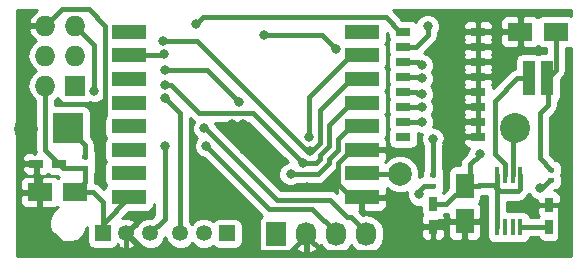
<source format=gtl>
G04 #@! TF.FileFunction,Copper,L1,Top,Signal*
%FSLAX46Y46*%
G04 Gerber Fmt 4.6, Leading zero omitted, Abs format (unit mm)*
G04 Created by KiCad (PCBNEW no-vcs-found-undefined) date Fri Oct 21 11:36:43 2016*
%MOMM*%
%LPD*%
G01*
G04 APERTURE LIST*
%ADD10C,0.100000*%
%ADD11C,0.800000*%
%ADD12C,2.000000*%
%ADD13R,2.540000X2.540000*%
%ADD14C,2.540000*%
%ADD15R,0.600000X0.400000*%
%ADD16R,1.501140X2.148840*%
%ADD17R,0.750000X1.200000*%
%ADD18R,1.200000X0.750000*%
%ADD19R,1.270000X0.760000*%
%ADD20R,0.450000X1.450000*%
%ADD21R,3.000000X1.200000*%
%ADD22R,1.000000X3.000000*%
%ADD23C,1.998980*%
%ADD24R,1.727200X1.727200*%
%ADD25O,1.727200X1.727200*%
%ADD26R,2.148840X1.501140*%
%ADD27R,1.350000X1.350000*%
%ADD28C,1.350000*%
%ADD29R,1.727200X2.032000*%
%ADD30O,1.727200X2.032000*%
%ADD31C,0.450000*%
%ADD32C,0.254000*%
G04 APERTURE END LIST*
D10*
D11*
X135534400Y-84260700D03*
X135534400Y-83260700D03*
X135534400Y-82260700D03*
X135534400Y-81260700D03*
X135534400Y-80260700D03*
X135534400Y-79260700D03*
X118246400Y-88604600D03*
X117246400Y-88604600D03*
X118246400Y-87604600D03*
X117246400Y-87604600D03*
X100847400Y-98409000D03*
X99847400Y-98409000D03*
X100847400Y-97409000D03*
X99847400Y-97409000D03*
X132114800Y-97799400D03*
X131114800Y-97799400D03*
X132114800Y-96799400D03*
X131114800Y-96799400D03*
X136521700Y-89220300D03*
X135521700Y-89220300D03*
X136521700Y-88220300D03*
X135521700Y-88220300D03*
X136521700Y-87220300D03*
X135521700Y-87220300D03*
X136521700Y-86220300D03*
D12*
X145161000Y-87947500D03*
D13*
X103404000Y-87884000D03*
D14*
X141224000Y-87884000D03*
D15*
X104838500Y-91255000D03*
X104838500Y-90355000D03*
D16*
X136969500Y-92796360D03*
X136969500Y-95798640D03*
D17*
X144145000Y-96327000D03*
X144145000Y-94427000D03*
X134302500Y-94366000D03*
X134302500Y-96266000D03*
D18*
X102613500Y-90932000D03*
X100713500Y-90932000D03*
D15*
X134302500Y-92779000D03*
X134302500Y-91879000D03*
X144272000Y-92334500D03*
X144272000Y-91434500D03*
D19*
X138112500Y-79756000D03*
X131762500Y-79756000D03*
X138112500Y-81026000D03*
X131762500Y-81026000D03*
X138112500Y-82296000D03*
X131762500Y-82296000D03*
X138112500Y-83566000D03*
X131762500Y-83566000D03*
X138112500Y-84836000D03*
X131762500Y-84836000D03*
X138112500Y-86106000D03*
X131762500Y-86106000D03*
X138112500Y-87376000D03*
X131762500Y-87376000D03*
X138112500Y-88646000D03*
X131762500Y-88646000D03*
D20*
X139741000Y-96307000D03*
X140391000Y-96307000D03*
X141041000Y-96307000D03*
X141691000Y-96307000D03*
X141691000Y-91907000D03*
X141041000Y-91907000D03*
X140391000Y-91907000D03*
X139741000Y-91907000D03*
D21*
X108582000Y-79756000D03*
X108582000Y-81756000D03*
X108582000Y-83756000D03*
X108582000Y-85756000D03*
X108582000Y-87756000D03*
X108582000Y-89756000D03*
X108582000Y-91756000D03*
X108582000Y-93756000D03*
X128282000Y-93756000D03*
X128282000Y-91756000D03*
X128282000Y-89756000D03*
X128282000Y-87756000D03*
X128282000Y-85756000D03*
X128282000Y-83756000D03*
X128282000Y-81756000D03*
X128282000Y-79756000D03*
D22*
X142392500Y-83693000D03*
X143992500Y-83693000D03*
D23*
X131508500Y-91821000D03*
D24*
X104013000Y-84328000D03*
D25*
X101473000Y-84328000D03*
X104013000Y-81788000D03*
X101473000Y-81788000D03*
X104013000Y-79248000D03*
X101473000Y-79248000D03*
D26*
X144693640Y-79756000D03*
X141691360Y-79756000D03*
X101010720Y-93345000D03*
X104013000Y-93345000D03*
D27*
X106331000Y-96837500D03*
D28*
X108331000Y-96837500D03*
X110331000Y-96837500D03*
D27*
X116871500Y-96837500D03*
D28*
X114871500Y-96837500D03*
X112871500Y-96837500D03*
D29*
X121031000Y-96901000D03*
D30*
X123571000Y-96901000D03*
X126111000Y-96901000D03*
X128651000Y-96901000D03*
D12*
X99822000Y-88011000D03*
D11*
X135521700Y-86220300D03*
X143366011Y-93009419D03*
X118262400Y-89763600D03*
X123634500Y-92900500D03*
X106235500Y-87122000D03*
X126081996Y-81221317D03*
X134302498Y-88836500D03*
X119951500Y-80010000D03*
X138239500Y-90106500D03*
X105631961Y-84772500D03*
X123267437Y-90888995D03*
X111569500Y-84264500D03*
X117909709Y-85714390D03*
X122237500Y-91821000D03*
X111569500Y-82994500D03*
X123877437Y-89828216D03*
X111442500Y-80518000D03*
X114236498Y-79121000D03*
X133848800Y-79285645D03*
X133361693Y-82605009D03*
X133349876Y-83704958D03*
X133338616Y-85045776D03*
X133350426Y-86145724D03*
X133350000Y-87376000D03*
X123825734Y-88701010D03*
X111511043Y-81615874D03*
X115106419Y-89427081D03*
X114935000Y-87947500D03*
X133096000Y-93535496D03*
X111569500Y-89471500D03*
X111592205Y-85364278D03*
D31*
X143497081Y-93009419D02*
X143366011Y-93009419D01*
X144272000Y-92334500D02*
X144172000Y-92334500D01*
X144172000Y-92334500D02*
X143497081Y-93009419D01*
X104838500Y-90355000D02*
X104838500Y-89318500D01*
X104838500Y-89318500D02*
X103404000Y-87884000D01*
X121399300Y-92900500D02*
X118262400Y-89763600D01*
X123634500Y-92900500D02*
X121399300Y-92900500D01*
X106235500Y-87122000D02*
X106553000Y-86804500D01*
X106553000Y-86804500D02*
X106556999Y-86804500D01*
X106556999Y-86804500D02*
X106556999Y-79251999D01*
X106556999Y-79251999D02*
X105156000Y-77851000D01*
X105156000Y-77851000D02*
X102870000Y-77851000D01*
X102870000Y-77851000D02*
X101473000Y-79248000D01*
X132351490Y-98442010D02*
X133713990Y-98442010D01*
X133713990Y-98442010D02*
X134302500Y-97853500D01*
X134302500Y-97853500D02*
X134302500Y-96266000D01*
X144145000Y-94427000D02*
X144970000Y-94427000D01*
X144970000Y-94427000D02*
X145045001Y-94502001D01*
X145045001Y-94502001D02*
X145045001Y-97347001D01*
X145045001Y-97347001D02*
X143949992Y-98442010D01*
X143949992Y-98442010D02*
X132351490Y-98442010D01*
X138112500Y-87376000D02*
X138112500Y-88646000D01*
X136969500Y-95798640D02*
X134769860Y-95798640D01*
X134769860Y-95798640D02*
X134302500Y-96266000D01*
X144145000Y-94427000D02*
X144145000Y-94202000D01*
X128282000Y-93756000D02*
X127382000Y-93756000D01*
X127382000Y-93756000D02*
X126332000Y-92706000D01*
X126332000Y-92706000D02*
X126181998Y-92706000D01*
X126181998Y-92706000D02*
X125987498Y-92900500D01*
X126256999Y-90881001D02*
X126256999Y-92630999D01*
X126256999Y-92630999D02*
X125987498Y-92900500D01*
X125987498Y-92900500D02*
X123634500Y-92900500D01*
X123571000Y-96901000D02*
X123571000Y-97053400D01*
X123571000Y-97053400D02*
X124959610Y-98442010D01*
X124959610Y-98442010D02*
X132351490Y-98442010D01*
X122182399Y-98442001D02*
X108331000Y-98442001D01*
X108331000Y-98442001D02*
X103619799Y-98442001D01*
X108331000Y-96837500D02*
X108331000Y-98442001D01*
X101010720Y-95832922D02*
X103187500Y-98009702D01*
X103187500Y-98009702D02*
X103412298Y-98234500D01*
X123571000Y-97053400D02*
X122182399Y-98442001D01*
X103619799Y-98442001D02*
X103187500Y-98009702D01*
X123571000Y-96748600D02*
X123571000Y-96901000D01*
X101010720Y-93345000D02*
X101010720Y-95832922D01*
X141041000Y-91907000D02*
X141041000Y-88067000D01*
X141041000Y-88067000D02*
X141224000Y-87884000D01*
X127382000Y-89756000D02*
X126256999Y-90881001D01*
X128282000Y-89756000D02*
X127382000Y-89756000D01*
X141691360Y-79756000D02*
X138112500Y-79756000D01*
X138112500Y-86106000D02*
X138112500Y-87376000D01*
X138112500Y-84836000D02*
X138112500Y-86106000D01*
X138112500Y-83566000D02*
X138112500Y-84836000D01*
X138112500Y-82296000D02*
X138112500Y-83566000D01*
X138112500Y-81026000D02*
X138112500Y-82296000D01*
X138112500Y-79756000D02*
X138112500Y-81026000D01*
X100713500Y-90932000D02*
X100713500Y-93047780D01*
X100713500Y-93047780D02*
X101010720Y-93345000D01*
X124870679Y-80010000D02*
X126081996Y-81221317D01*
X119951500Y-80010000D02*
X124870679Y-80010000D01*
X134302500Y-88836502D02*
X134302498Y-88836500D01*
X134302500Y-91879000D02*
X134302500Y-88836502D01*
X106331000Y-96837500D02*
X106331000Y-96007000D01*
X106331000Y-96007000D02*
X108582000Y-93756000D01*
X101473000Y-84328000D02*
X101473000Y-89791500D01*
X101473000Y-89791500D02*
X102613500Y-90932000D01*
X104013000Y-93345000D02*
X105537420Y-93345000D01*
X105537420Y-93345000D02*
X106331000Y-94138580D01*
X106331000Y-94138580D02*
X106331000Y-96837500D01*
X104838500Y-91255000D02*
X102936500Y-91255000D01*
X102936500Y-91255000D02*
X102613500Y-90932000D01*
X104838500Y-91255000D02*
X104838500Y-92519500D01*
X104838500Y-92519500D02*
X104013000Y-93345000D01*
X144145000Y-96327000D02*
X141791001Y-96327000D01*
X138239500Y-90106500D02*
X138239500Y-90170000D01*
X138239500Y-90170000D02*
X137414000Y-90995500D01*
X137414000Y-90995500D02*
X137414000Y-92351860D01*
X137414000Y-92351860D02*
X136969500Y-92796360D01*
X138192930Y-92773500D02*
X139432500Y-92773500D01*
X139432500Y-92773500D02*
X139741000Y-93082000D01*
X136969500Y-92796360D02*
X138170070Y-92796360D01*
X138170070Y-92796360D02*
X138192930Y-92773500D01*
X134302500Y-94366000D02*
X135399860Y-94366000D01*
X135399860Y-94366000D02*
X136969500Y-92796360D01*
X139741000Y-96307000D02*
X139741000Y-93082000D01*
X139940500Y-93281500D02*
X141491500Y-93281500D01*
X141491500Y-93281500D02*
X141691000Y-93082000D01*
X141691000Y-93082000D02*
X141691000Y-91907000D01*
X139741000Y-91907000D02*
X139741000Y-93082000D01*
X139741000Y-93082000D02*
X139940500Y-93281500D01*
X105631961Y-80866961D02*
X105631961Y-84772500D01*
X104013000Y-79248000D02*
X105631961Y-80866961D01*
X143992500Y-83693000D02*
X144018000Y-83718500D01*
X144018000Y-83718500D02*
X144018000Y-85979000D01*
X144018000Y-85979000D02*
X143319500Y-86677500D01*
X143319500Y-86677500D02*
X143319500Y-90482000D01*
X143319500Y-90482000D02*
X144272000Y-91434500D01*
X144693640Y-79756000D02*
X144693640Y-82991860D01*
X144693640Y-82991860D02*
X143992500Y-83693000D01*
X112135185Y-84264500D02*
X114510085Y-86639400D01*
X111569500Y-84264500D02*
X112135185Y-84264500D01*
X114510085Y-86639400D02*
X119017842Y-86639400D01*
X119017842Y-86639400D02*
X123267437Y-90888995D01*
X124411508Y-90888995D02*
X123267437Y-90888995D01*
X124756977Y-90199444D02*
X124756977Y-90543528D01*
X125506988Y-87631012D02*
X125506988Y-89449433D01*
X125506988Y-89449433D02*
X124756977Y-90199444D01*
X124756977Y-90543528D02*
X124411508Y-90888995D01*
X127382000Y-85756000D02*
X125506988Y-87631012D01*
X128282000Y-85756000D02*
X127382000Y-85756000D01*
X115189819Y-82994500D02*
X117909709Y-85714390D01*
X111569500Y-82994500D02*
X115189819Y-82994500D01*
X124540182Y-91821000D02*
X122237500Y-91821000D01*
X125506986Y-90854196D02*
X124540182Y-91821000D01*
X125506988Y-90510107D02*
X125506986Y-90854196D01*
X126256999Y-89760096D02*
X125506988Y-90510107D01*
X126256999Y-88881001D02*
X126256999Y-89760096D01*
X128282000Y-87756000D02*
X127382000Y-87756000D01*
X127382000Y-87756000D02*
X126256999Y-88881001D01*
X128154000Y-87884000D02*
X128282000Y-87756000D01*
X127382000Y-83756000D02*
X124750735Y-86387265D01*
X124067530Y-89828216D02*
X123877437Y-89828216D01*
X128282000Y-83756000D02*
X127382000Y-83756000D01*
X124750735Y-86387265D02*
X124750735Y-89145011D01*
X124750735Y-89145011D02*
X124067530Y-89828216D01*
X111442500Y-80518000D02*
X114300000Y-80518000D01*
X123610216Y-89828216D02*
X123877437Y-89828216D01*
X114300000Y-80518000D02*
X123610216Y-89828216D01*
X114826997Y-78530501D02*
X114236498Y-79121000D01*
X131762500Y-79756000D02*
X131507500Y-79756000D01*
X131507500Y-79756000D02*
X130282001Y-78530501D01*
X130282001Y-78530501D02*
X114826997Y-78530501D01*
X131762500Y-81026000D02*
X132847500Y-81026000D01*
X133848800Y-80024700D02*
X133848800Y-79285645D01*
X132847500Y-81026000D02*
X133848800Y-80024700D01*
X131762500Y-82296000D02*
X133052684Y-82296000D01*
X133052684Y-82296000D02*
X133361693Y-82605009D01*
X133210918Y-83566000D02*
X133349876Y-83704958D01*
X131762500Y-83566000D02*
X133210918Y-83566000D01*
X133057276Y-85045776D02*
X133338616Y-85045776D01*
X131762500Y-84836000D02*
X132847500Y-84836000D01*
X132847500Y-84836000D02*
X133057276Y-85045776D01*
X133310702Y-86106000D02*
X133350426Y-86145724D01*
X131762500Y-86106000D02*
X133310702Y-86106000D01*
X131762500Y-87376000D02*
X133350000Y-87376000D01*
X123825734Y-85312266D02*
X123825734Y-88701010D01*
X128282000Y-81756000D02*
X127382000Y-81756000D01*
X127382000Y-81756000D02*
X123825734Y-85312266D01*
X108582000Y-81756000D02*
X111370917Y-81756000D01*
X111370917Y-81756000D02*
X111511043Y-81615874D01*
X139528999Y-90092753D02*
X140391000Y-90954754D01*
X141442500Y-83693000D02*
X139528999Y-85606501D01*
X142392500Y-83693000D02*
X141442500Y-83693000D01*
X139528999Y-85606501D02*
X139528999Y-90092753D01*
X140391000Y-90954754D02*
X140391000Y-91907000D01*
X131508500Y-91821000D02*
X128347000Y-91821000D01*
X128347000Y-91821000D02*
X128282000Y-91756000D01*
X128598000Y-91440000D02*
X128282000Y-91756000D01*
X120409349Y-94730011D02*
X115106419Y-89427081D01*
X124092411Y-94730011D02*
X120409349Y-94730011D01*
X126111000Y-96901000D02*
X126111000Y-96748600D01*
X126111000Y-96748600D02*
X124092411Y-94730011D01*
X128651000Y-96901000D02*
X128651000Y-96748600D01*
X128651000Y-96748600D02*
X127337400Y-95435000D01*
X127337400Y-95435000D02*
X127013499Y-95435000D01*
X127013499Y-95435000D02*
X125558499Y-93980000D01*
X125558499Y-93980000D02*
X121056400Y-93980000D01*
X121056400Y-93980000D02*
X115023900Y-87947500D01*
X115023900Y-87947500D02*
X114935000Y-87947500D01*
X133096000Y-93235500D02*
X133096000Y-93535496D01*
X133552500Y-92779000D02*
X133096000Y-93235500D01*
X134302500Y-92779000D02*
X133552500Y-92779000D01*
X110331000Y-96837500D02*
X111569500Y-95599000D01*
X111569500Y-95599000D02*
X111569500Y-89471500D01*
X112871500Y-96837500D02*
X112871500Y-86643573D01*
X112871500Y-86643573D02*
X111592205Y-85364278D01*
D32*
G36*
X100591940Y-78045648D02*
X100198887Y-78474339D01*
X100025014Y-78894128D01*
X100144833Y-79125000D01*
X101350000Y-79125000D01*
X101350000Y-79105000D01*
X101596000Y-79105000D01*
X101596000Y-79125000D01*
X101616000Y-79125000D01*
X101616000Y-79371000D01*
X101596000Y-79371000D01*
X101596000Y-79391000D01*
X101350000Y-79391000D01*
X101350000Y-79371000D01*
X100144833Y-79371000D01*
X100025014Y-79601872D01*
X100198887Y-80021661D01*
X100591940Y-80450352D01*
X100722929Y-80511386D01*
X100389784Y-80733987D01*
X100066662Y-81217572D01*
X99953197Y-81788000D01*
X100066662Y-82358428D01*
X100389784Y-82842013D01*
X100713031Y-83058000D01*
X100389784Y-83273987D01*
X100066662Y-83757572D01*
X99953197Y-84328000D01*
X100066662Y-84898428D01*
X100389784Y-85382013D01*
X100621000Y-85536507D01*
X100621000Y-89791500D01*
X100648550Y-89930000D01*
X100590498Y-89930000D01*
X100590498Y-90086748D01*
X100433750Y-89930000D01*
X99988782Y-89930000D01*
X99758333Y-90025455D01*
X99581955Y-90201833D01*
X99486500Y-90432282D01*
X99486500Y-90652250D01*
X99643250Y-90809000D01*
X100590500Y-90809000D01*
X100590500Y-90789000D01*
X100836500Y-90789000D01*
X100836500Y-90809000D01*
X100856500Y-90809000D01*
X100856500Y-91055000D01*
X100836500Y-91055000D01*
X100836500Y-91777250D01*
X100993250Y-91934000D01*
X101438218Y-91934000D01*
X101668667Y-91838545D01*
X101673385Y-91833827D01*
X101768857Y-91897620D01*
X102013500Y-91946283D01*
X102466986Y-91946283D01*
X102610454Y-92042145D01*
X102630575Y-92046147D01*
X102506484Y-92129062D01*
X102440307Y-92062885D01*
X102209858Y-91967430D01*
X101290470Y-91967430D01*
X101133720Y-92124180D01*
X101133720Y-93222000D01*
X101153720Y-93222000D01*
X101153720Y-93468000D01*
X101133720Y-93468000D01*
X101133720Y-94565820D01*
X101290470Y-94722570D01*
X102209858Y-94722570D01*
X102440307Y-94627115D01*
X102506484Y-94560938D01*
X102547462Y-94588318D01*
X102489240Y-94612375D01*
X102033973Y-95066847D01*
X101787281Y-95660948D01*
X101786720Y-96304230D01*
X102032375Y-96898760D01*
X102486847Y-97354027D01*
X103080948Y-97600719D01*
X103724230Y-97601280D01*
X104318760Y-97355625D01*
X104774027Y-96901153D01*
X105016717Y-96316690D01*
X105016717Y-97512500D01*
X105065380Y-97757143D01*
X105203959Y-97964541D01*
X105411357Y-98103120D01*
X105656000Y-98151783D01*
X107006000Y-98151783D01*
X107250643Y-98103120D01*
X107458041Y-97964541D01*
X107596620Y-97757143D01*
X107596829Y-97756093D01*
X107653576Y-97979154D01*
X108142034Y-98151490D01*
X108659260Y-98123782D01*
X109008424Y-97979154D01*
X109067295Y-97747744D01*
X108331000Y-97011448D01*
X108316858Y-97025591D01*
X108142909Y-96851642D01*
X108157052Y-96837500D01*
X108142909Y-96823358D01*
X108316858Y-96649410D01*
X108331000Y-96663552D01*
X109067295Y-95927256D01*
X109008424Y-95695846D01*
X108519966Y-95523510D01*
X108002740Y-95551218D01*
X107983880Y-95559030D01*
X108547627Y-94995283D01*
X110082000Y-94995283D01*
X110326643Y-94946620D01*
X110534041Y-94808041D01*
X110672620Y-94600643D01*
X110717500Y-94375018D01*
X110717500Y-95246090D01*
X110428006Y-95535584D01*
X110073152Y-95535274D01*
X109594440Y-95733074D01*
X109227861Y-96099013D01*
X109216801Y-96125648D01*
X108504948Y-96837500D01*
X109216058Y-97548609D01*
X109226574Y-97574060D01*
X109592513Y-97940639D01*
X110070880Y-98139274D01*
X110588848Y-98139726D01*
X111067560Y-97941926D01*
X111434139Y-97575987D01*
X111601416Y-97173138D01*
X111767074Y-97574060D01*
X112133013Y-97940639D01*
X112611380Y-98139274D01*
X113129348Y-98139726D01*
X113608060Y-97941926D01*
X113871639Y-97678808D01*
X114133013Y-97940639D01*
X114611380Y-98139274D01*
X115129348Y-98139726D01*
X115608060Y-97941926D01*
X115680818Y-97869295D01*
X115744459Y-97964541D01*
X115951857Y-98103120D01*
X116196500Y-98151783D01*
X117546500Y-98151783D01*
X117791143Y-98103120D01*
X117998541Y-97964541D01*
X118137120Y-97757143D01*
X118185783Y-97512500D01*
X118185783Y-96162500D01*
X118137120Y-95917857D01*
X117998541Y-95710459D01*
X117791143Y-95571880D01*
X117546500Y-95523217D01*
X116196500Y-95523217D01*
X115951857Y-95571880D01*
X115744459Y-95710459D01*
X115680974Y-95805472D01*
X115609987Y-95734361D01*
X115131620Y-95535726D01*
X114613652Y-95535274D01*
X114134940Y-95733074D01*
X113871361Y-95996192D01*
X113723500Y-95848073D01*
X113723500Y-87057725D01*
X113907630Y-87241855D01*
X114075709Y-87354162D01*
X114064860Y-87364992D01*
X113908179Y-87742321D01*
X113907822Y-88150887D01*
X114063844Y-88528489D01*
X114307953Y-88773024D01*
X114236279Y-88844573D01*
X114079598Y-89221902D01*
X114079241Y-89630468D01*
X114235263Y-90008070D01*
X114523911Y-90297221D01*
X114901240Y-90453902D01*
X114928354Y-90453926D01*
X119806894Y-95332466D01*
X119836326Y-95352132D01*
X119715359Y-95432959D01*
X119576780Y-95640357D01*
X119528117Y-95885000D01*
X119528117Y-97917000D01*
X119576780Y-98161643D01*
X119715359Y-98369041D01*
X119922757Y-98507620D01*
X120167400Y-98556283D01*
X121894600Y-98556283D01*
X122139243Y-98507620D01*
X122346641Y-98369041D01*
X122485220Y-98161643D01*
X122505859Y-98057884D01*
X122670351Y-98243019D01*
X123194156Y-98497128D01*
X123217128Y-98501386D01*
X123448000Y-98381567D01*
X123448000Y-97024000D01*
X123428000Y-97024000D01*
X123428000Y-96778000D01*
X123448000Y-96778000D01*
X123448000Y-96758000D01*
X123694000Y-96758000D01*
X123694000Y-96778000D01*
X123714000Y-96778000D01*
X123714000Y-97024000D01*
X123694000Y-97024000D01*
X123694000Y-98381567D01*
X123924872Y-98501386D01*
X123947844Y-98497128D01*
X124471649Y-98243019D01*
X124845180Y-97822611D01*
X125056987Y-98139601D01*
X125540572Y-98462723D01*
X126111000Y-98576188D01*
X126681428Y-98462723D01*
X127165013Y-98139601D01*
X127381000Y-97816354D01*
X127596987Y-98139601D01*
X128080572Y-98462723D01*
X128651000Y-98576188D01*
X129221428Y-98462723D01*
X129705013Y-98139601D01*
X130028135Y-97656016D01*
X130141600Y-97085588D01*
X130141600Y-96716412D01*
X130107654Y-96545750D01*
X133300500Y-96545750D01*
X133300500Y-96990718D01*
X133395955Y-97221167D01*
X133572333Y-97397545D01*
X133802782Y-97493000D01*
X134022750Y-97493000D01*
X134179500Y-97336250D01*
X134179500Y-96389000D01*
X134425500Y-96389000D01*
X134425500Y-97336250D01*
X134582250Y-97493000D01*
X134802218Y-97493000D01*
X135032667Y-97397545D01*
X135209045Y-97221167D01*
X135304500Y-96990718D01*
X135304500Y-96545750D01*
X135147750Y-96389000D01*
X134425500Y-96389000D01*
X134179500Y-96389000D01*
X133457250Y-96389000D01*
X133300500Y-96545750D01*
X130107654Y-96545750D01*
X130028135Y-96145984D01*
X129705013Y-95662399D01*
X129221428Y-95339277D01*
X128651000Y-95225812D01*
X128385861Y-95278551D01*
X128046280Y-94938970D01*
X128159000Y-94826250D01*
X128159000Y-93879000D01*
X128405000Y-93879000D01*
X128405000Y-94826250D01*
X128561750Y-94983000D01*
X129906718Y-94983000D01*
X130137167Y-94887545D01*
X130313545Y-94711167D01*
X130409000Y-94480718D01*
X130409000Y-94035750D01*
X130252250Y-93879000D01*
X128405000Y-93879000D01*
X128159000Y-93879000D01*
X128139000Y-93879000D01*
X128139000Y-93633000D01*
X128159000Y-93633000D01*
X128159000Y-93613000D01*
X128405000Y-93613000D01*
X128405000Y-93633000D01*
X130252250Y-93633000D01*
X130409000Y-93476250D01*
X130409000Y-93031282D01*
X130402282Y-93015064D01*
X130585964Y-93199067D01*
X131183552Y-93447207D01*
X131830610Y-93447772D01*
X132069162Y-93349204D01*
X132068822Y-93738883D01*
X132224844Y-94116485D01*
X132513492Y-94405636D01*
X132890821Y-94562317D01*
X133288217Y-94562664D01*
X133288217Y-94966000D01*
X133336880Y-95210643D01*
X133400673Y-95306115D01*
X133395955Y-95310833D01*
X133300500Y-95541282D01*
X133300500Y-95986250D01*
X133457250Y-96143000D01*
X134179500Y-96143000D01*
X134179500Y-96123000D01*
X134425500Y-96123000D01*
X134425500Y-96143000D01*
X135147750Y-96143000D01*
X135212360Y-96078390D01*
X135591930Y-96078390D01*
X135591930Y-96997778D01*
X135687385Y-97228227D01*
X135863763Y-97404605D01*
X136094212Y-97500060D01*
X136689750Y-97500060D01*
X136846500Y-97343310D01*
X136846500Y-95921640D01*
X137092500Y-95921640D01*
X137092500Y-97343310D01*
X137249250Y-97500060D01*
X137844788Y-97500060D01*
X138075237Y-97404605D01*
X138251615Y-97228227D01*
X138347070Y-96997778D01*
X138347070Y-96078390D01*
X138190320Y-95921640D01*
X137092500Y-95921640D01*
X136846500Y-95921640D01*
X135748680Y-95921640D01*
X135591930Y-96078390D01*
X135212360Y-96078390D01*
X135304500Y-95986250D01*
X135304500Y-95541282D01*
X135209045Y-95310833D01*
X135204327Y-95306115D01*
X135263204Y-95218000D01*
X135399860Y-95218000D01*
X135591930Y-95179795D01*
X135591930Y-95518890D01*
X135748680Y-95675640D01*
X136846500Y-95675640D01*
X136846500Y-95655640D01*
X137092500Y-95655640D01*
X137092500Y-95675640D01*
X138190320Y-95675640D01*
X138347070Y-95518890D01*
X138347070Y-94599502D01*
X138251615Y-94369053D01*
X138185438Y-94302876D01*
X138310690Y-94115423D01*
X138359353Y-93870780D01*
X138359353Y-93625500D01*
X138889000Y-93625500D01*
X138889000Y-95520250D01*
X138876717Y-95582000D01*
X138876717Y-97032000D01*
X138925380Y-97276643D01*
X139063959Y-97484041D01*
X139271357Y-97622620D01*
X139516000Y-97671283D01*
X139966000Y-97671283D01*
X140066000Y-97651392D01*
X140166000Y-97671283D01*
X140616000Y-97671283D01*
X140716000Y-97651392D01*
X140816000Y-97671283D01*
X141266000Y-97671283D01*
X141366000Y-97651392D01*
X141466000Y-97671283D01*
X141916000Y-97671283D01*
X142160643Y-97622620D01*
X142368041Y-97484041D01*
X142506620Y-97276643D01*
X142526043Y-97179000D01*
X143184296Y-97179000D01*
X143317959Y-97379041D01*
X143525357Y-97517620D01*
X143770000Y-97566283D01*
X144520000Y-97566283D01*
X144764643Y-97517620D01*
X144972041Y-97379041D01*
X145110620Y-97171643D01*
X145159283Y-96927000D01*
X145159283Y-95727000D01*
X145110620Y-95482357D01*
X145046827Y-95386885D01*
X145051545Y-95382167D01*
X145147000Y-95151718D01*
X145147000Y-94706750D01*
X144990250Y-94550000D01*
X144268000Y-94550000D01*
X144268000Y-94570000D01*
X144022000Y-94570000D01*
X144022000Y-94550000D01*
X143299750Y-94550000D01*
X143143000Y-94706750D01*
X143143000Y-95151718D01*
X143238455Y-95382167D01*
X143243173Y-95386885D01*
X143184296Y-95475000D01*
X142533999Y-95475000D01*
X142506620Y-95337357D01*
X142368041Y-95129959D01*
X142160643Y-94991380D01*
X141916000Y-94942717D01*
X141466000Y-94942717D01*
X141366000Y-94962608D01*
X141266000Y-94942717D01*
X140816000Y-94942717D01*
X140716000Y-94962608D01*
X140616000Y-94942717D01*
X140593000Y-94942717D01*
X140593000Y-94133500D01*
X141491500Y-94133500D01*
X141817546Y-94068645D01*
X142093955Y-93883955D01*
X142293455Y-93684455D01*
X142441911Y-93462274D01*
X142494855Y-93590408D01*
X142783503Y-93879559D01*
X143143000Y-94028835D01*
X143143000Y-94147250D01*
X143299750Y-94304000D01*
X144022000Y-94304000D01*
X144022000Y-94284000D01*
X144268000Y-94284000D01*
X144268000Y-94304000D01*
X144990250Y-94304000D01*
X145147000Y-94147250D01*
X145147000Y-93702282D01*
X145051545Y-93471833D01*
X144875167Y-93295455D01*
X144644718Y-93200000D01*
X144511410Y-93200000D01*
X144537627Y-93173783D01*
X144572000Y-93173783D01*
X144816643Y-93125120D01*
X145024041Y-92986541D01*
X145162620Y-92779143D01*
X145211283Y-92534500D01*
X145211283Y-92134500D01*
X145162620Y-91889857D01*
X145159041Y-91884500D01*
X145162620Y-91879143D01*
X145211283Y-91634500D01*
X145211283Y-91234500D01*
X145162620Y-90989857D01*
X145024041Y-90782459D01*
X144816643Y-90643880D01*
X144653923Y-90611513D01*
X144171500Y-90129090D01*
X144171500Y-87030410D01*
X144620455Y-86581455D01*
X144805145Y-86305046D01*
X144870000Y-85979000D01*
X144870000Y-85694848D01*
X144944541Y-85645041D01*
X145083120Y-85437643D01*
X145131783Y-85193000D01*
X145131783Y-83758627D01*
X145296095Y-83594315D01*
X145480785Y-83317906D01*
X145545640Y-82991860D01*
X145545640Y-81145853D01*
X145768060Y-81145853D01*
X145944500Y-81110757D01*
X145944500Y-98764000D01*
X99102000Y-98764000D01*
X99102000Y-93624750D01*
X99309300Y-93624750D01*
X99309300Y-94220288D01*
X99404755Y-94450737D01*
X99581133Y-94627115D01*
X99811582Y-94722570D01*
X100730970Y-94722570D01*
X100887720Y-94565820D01*
X100887720Y-93468000D01*
X99466050Y-93468000D01*
X99309300Y-93624750D01*
X99102000Y-93624750D01*
X99102000Y-92469712D01*
X99309300Y-92469712D01*
X99309300Y-93065250D01*
X99466050Y-93222000D01*
X100887720Y-93222000D01*
X100887720Y-92124180D01*
X100730970Y-91967430D01*
X99811582Y-91967430D01*
X99581133Y-92062885D01*
X99404755Y-92239263D01*
X99309300Y-92469712D01*
X99102000Y-92469712D01*
X99102000Y-91211750D01*
X99486500Y-91211750D01*
X99486500Y-91431718D01*
X99581955Y-91662167D01*
X99758333Y-91838545D01*
X99988782Y-91934000D01*
X100433750Y-91934000D01*
X100590500Y-91777250D01*
X100590500Y-91055000D01*
X99643250Y-91055000D01*
X99486500Y-91211750D01*
X99102000Y-91211750D01*
X99102000Y-77956500D01*
X100783265Y-77956500D01*
X100591940Y-78045648D01*
X100591940Y-78045648D01*
G37*
X100591940Y-78045648D02*
X100198887Y-78474339D01*
X100025014Y-78894128D01*
X100144833Y-79125000D01*
X101350000Y-79125000D01*
X101350000Y-79105000D01*
X101596000Y-79105000D01*
X101596000Y-79125000D01*
X101616000Y-79125000D01*
X101616000Y-79371000D01*
X101596000Y-79371000D01*
X101596000Y-79391000D01*
X101350000Y-79391000D01*
X101350000Y-79371000D01*
X100144833Y-79371000D01*
X100025014Y-79601872D01*
X100198887Y-80021661D01*
X100591940Y-80450352D01*
X100722929Y-80511386D01*
X100389784Y-80733987D01*
X100066662Y-81217572D01*
X99953197Y-81788000D01*
X100066662Y-82358428D01*
X100389784Y-82842013D01*
X100713031Y-83058000D01*
X100389784Y-83273987D01*
X100066662Y-83757572D01*
X99953197Y-84328000D01*
X100066662Y-84898428D01*
X100389784Y-85382013D01*
X100621000Y-85536507D01*
X100621000Y-89791500D01*
X100648550Y-89930000D01*
X100590498Y-89930000D01*
X100590498Y-90086748D01*
X100433750Y-89930000D01*
X99988782Y-89930000D01*
X99758333Y-90025455D01*
X99581955Y-90201833D01*
X99486500Y-90432282D01*
X99486500Y-90652250D01*
X99643250Y-90809000D01*
X100590500Y-90809000D01*
X100590500Y-90789000D01*
X100836500Y-90789000D01*
X100836500Y-90809000D01*
X100856500Y-90809000D01*
X100856500Y-91055000D01*
X100836500Y-91055000D01*
X100836500Y-91777250D01*
X100993250Y-91934000D01*
X101438218Y-91934000D01*
X101668667Y-91838545D01*
X101673385Y-91833827D01*
X101768857Y-91897620D01*
X102013500Y-91946283D01*
X102466986Y-91946283D01*
X102610454Y-92042145D01*
X102630575Y-92046147D01*
X102506484Y-92129062D01*
X102440307Y-92062885D01*
X102209858Y-91967430D01*
X101290470Y-91967430D01*
X101133720Y-92124180D01*
X101133720Y-93222000D01*
X101153720Y-93222000D01*
X101153720Y-93468000D01*
X101133720Y-93468000D01*
X101133720Y-94565820D01*
X101290470Y-94722570D01*
X102209858Y-94722570D01*
X102440307Y-94627115D01*
X102506484Y-94560938D01*
X102547462Y-94588318D01*
X102489240Y-94612375D01*
X102033973Y-95066847D01*
X101787281Y-95660948D01*
X101786720Y-96304230D01*
X102032375Y-96898760D01*
X102486847Y-97354027D01*
X103080948Y-97600719D01*
X103724230Y-97601280D01*
X104318760Y-97355625D01*
X104774027Y-96901153D01*
X105016717Y-96316690D01*
X105016717Y-97512500D01*
X105065380Y-97757143D01*
X105203959Y-97964541D01*
X105411357Y-98103120D01*
X105656000Y-98151783D01*
X107006000Y-98151783D01*
X107250643Y-98103120D01*
X107458041Y-97964541D01*
X107596620Y-97757143D01*
X107596829Y-97756093D01*
X107653576Y-97979154D01*
X108142034Y-98151490D01*
X108659260Y-98123782D01*
X109008424Y-97979154D01*
X109067295Y-97747744D01*
X108331000Y-97011448D01*
X108316858Y-97025591D01*
X108142909Y-96851642D01*
X108157052Y-96837500D01*
X108142909Y-96823358D01*
X108316858Y-96649410D01*
X108331000Y-96663552D01*
X109067295Y-95927256D01*
X109008424Y-95695846D01*
X108519966Y-95523510D01*
X108002740Y-95551218D01*
X107983880Y-95559030D01*
X108547627Y-94995283D01*
X110082000Y-94995283D01*
X110326643Y-94946620D01*
X110534041Y-94808041D01*
X110672620Y-94600643D01*
X110717500Y-94375018D01*
X110717500Y-95246090D01*
X110428006Y-95535584D01*
X110073152Y-95535274D01*
X109594440Y-95733074D01*
X109227861Y-96099013D01*
X109216801Y-96125648D01*
X108504948Y-96837500D01*
X109216058Y-97548609D01*
X109226574Y-97574060D01*
X109592513Y-97940639D01*
X110070880Y-98139274D01*
X110588848Y-98139726D01*
X111067560Y-97941926D01*
X111434139Y-97575987D01*
X111601416Y-97173138D01*
X111767074Y-97574060D01*
X112133013Y-97940639D01*
X112611380Y-98139274D01*
X113129348Y-98139726D01*
X113608060Y-97941926D01*
X113871639Y-97678808D01*
X114133013Y-97940639D01*
X114611380Y-98139274D01*
X115129348Y-98139726D01*
X115608060Y-97941926D01*
X115680818Y-97869295D01*
X115744459Y-97964541D01*
X115951857Y-98103120D01*
X116196500Y-98151783D01*
X117546500Y-98151783D01*
X117791143Y-98103120D01*
X117998541Y-97964541D01*
X118137120Y-97757143D01*
X118185783Y-97512500D01*
X118185783Y-96162500D01*
X118137120Y-95917857D01*
X117998541Y-95710459D01*
X117791143Y-95571880D01*
X117546500Y-95523217D01*
X116196500Y-95523217D01*
X115951857Y-95571880D01*
X115744459Y-95710459D01*
X115680974Y-95805472D01*
X115609987Y-95734361D01*
X115131620Y-95535726D01*
X114613652Y-95535274D01*
X114134940Y-95733074D01*
X113871361Y-95996192D01*
X113723500Y-95848073D01*
X113723500Y-87057725D01*
X113907630Y-87241855D01*
X114075709Y-87354162D01*
X114064860Y-87364992D01*
X113908179Y-87742321D01*
X113907822Y-88150887D01*
X114063844Y-88528489D01*
X114307953Y-88773024D01*
X114236279Y-88844573D01*
X114079598Y-89221902D01*
X114079241Y-89630468D01*
X114235263Y-90008070D01*
X114523911Y-90297221D01*
X114901240Y-90453902D01*
X114928354Y-90453926D01*
X119806894Y-95332466D01*
X119836326Y-95352132D01*
X119715359Y-95432959D01*
X119576780Y-95640357D01*
X119528117Y-95885000D01*
X119528117Y-97917000D01*
X119576780Y-98161643D01*
X119715359Y-98369041D01*
X119922757Y-98507620D01*
X120167400Y-98556283D01*
X121894600Y-98556283D01*
X122139243Y-98507620D01*
X122346641Y-98369041D01*
X122485220Y-98161643D01*
X122505859Y-98057884D01*
X122670351Y-98243019D01*
X123194156Y-98497128D01*
X123217128Y-98501386D01*
X123448000Y-98381567D01*
X123448000Y-97024000D01*
X123428000Y-97024000D01*
X123428000Y-96778000D01*
X123448000Y-96778000D01*
X123448000Y-96758000D01*
X123694000Y-96758000D01*
X123694000Y-96778000D01*
X123714000Y-96778000D01*
X123714000Y-97024000D01*
X123694000Y-97024000D01*
X123694000Y-98381567D01*
X123924872Y-98501386D01*
X123947844Y-98497128D01*
X124471649Y-98243019D01*
X124845180Y-97822611D01*
X125056987Y-98139601D01*
X125540572Y-98462723D01*
X126111000Y-98576188D01*
X126681428Y-98462723D01*
X127165013Y-98139601D01*
X127381000Y-97816354D01*
X127596987Y-98139601D01*
X128080572Y-98462723D01*
X128651000Y-98576188D01*
X129221428Y-98462723D01*
X129705013Y-98139601D01*
X130028135Y-97656016D01*
X130141600Y-97085588D01*
X130141600Y-96716412D01*
X130107654Y-96545750D01*
X133300500Y-96545750D01*
X133300500Y-96990718D01*
X133395955Y-97221167D01*
X133572333Y-97397545D01*
X133802782Y-97493000D01*
X134022750Y-97493000D01*
X134179500Y-97336250D01*
X134179500Y-96389000D01*
X134425500Y-96389000D01*
X134425500Y-97336250D01*
X134582250Y-97493000D01*
X134802218Y-97493000D01*
X135032667Y-97397545D01*
X135209045Y-97221167D01*
X135304500Y-96990718D01*
X135304500Y-96545750D01*
X135147750Y-96389000D01*
X134425500Y-96389000D01*
X134179500Y-96389000D01*
X133457250Y-96389000D01*
X133300500Y-96545750D01*
X130107654Y-96545750D01*
X130028135Y-96145984D01*
X129705013Y-95662399D01*
X129221428Y-95339277D01*
X128651000Y-95225812D01*
X128385861Y-95278551D01*
X128046280Y-94938970D01*
X128159000Y-94826250D01*
X128159000Y-93879000D01*
X128405000Y-93879000D01*
X128405000Y-94826250D01*
X128561750Y-94983000D01*
X129906718Y-94983000D01*
X130137167Y-94887545D01*
X130313545Y-94711167D01*
X130409000Y-94480718D01*
X130409000Y-94035750D01*
X130252250Y-93879000D01*
X128405000Y-93879000D01*
X128159000Y-93879000D01*
X128139000Y-93879000D01*
X128139000Y-93633000D01*
X128159000Y-93633000D01*
X128159000Y-93613000D01*
X128405000Y-93613000D01*
X128405000Y-93633000D01*
X130252250Y-93633000D01*
X130409000Y-93476250D01*
X130409000Y-93031282D01*
X130402282Y-93015064D01*
X130585964Y-93199067D01*
X131183552Y-93447207D01*
X131830610Y-93447772D01*
X132069162Y-93349204D01*
X132068822Y-93738883D01*
X132224844Y-94116485D01*
X132513492Y-94405636D01*
X132890821Y-94562317D01*
X133288217Y-94562664D01*
X133288217Y-94966000D01*
X133336880Y-95210643D01*
X133400673Y-95306115D01*
X133395955Y-95310833D01*
X133300500Y-95541282D01*
X133300500Y-95986250D01*
X133457250Y-96143000D01*
X134179500Y-96143000D01*
X134179500Y-96123000D01*
X134425500Y-96123000D01*
X134425500Y-96143000D01*
X135147750Y-96143000D01*
X135212360Y-96078390D01*
X135591930Y-96078390D01*
X135591930Y-96997778D01*
X135687385Y-97228227D01*
X135863763Y-97404605D01*
X136094212Y-97500060D01*
X136689750Y-97500060D01*
X136846500Y-97343310D01*
X136846500Y-95921640D01*
X137092500Y-95921640D01*
X137092500Y-97343310D01*
X137249250Y-97500060D01*
X137844788Y-97500060D01*
X138075237Y-97404605D01*
X138251615Y-97228227D01*
X138347070Y-96997778D01*
X138347070Y-96078390D01*
X138190320Y-95921640D01*
X137092500Y-95921640D01*
X136846500Y-95921640D01*
X135748680Y-95921640D01*
X135591930Y-96078390D01*
X135212360Y-96078390D01*
X135304500Y-95986250D01*
X135304500Y-95541282D01*
X135209045Y-95310833D01*
X135204327Y-95306115D01*
X135263204Y-95218000D01*
X135399860Y-95218000D01*
X135591930Y-95179795D01*
X135591930Y-95518890D01*
X135748680Y-95675640D01*
X136846500Y-95675640D01*
X136846500Y-95655640D01*
X137092500Y-95655640D01*
X137092500Y-95675640D01*
X138190320Y-95675640D01*
X138347070Y-95518890D01*
X138347070Y-94599502D01*
X138251615Y-94369053D01*
X138185438Y-94302876D01*
X138310690Y-94115423D01*
X138359353Y-93870780D01*
X138359353Y-93625500D01*
X138889000Y-93625500D01*
X138889000Y-95520250D01*
X138876717Y-95582000D01*
X138876717Y-97032000D01*
X138925380Y-97276643D01*
X139063959Y-97484041D01*
X139271357Y-97622620D01*
X139516000Y-97671283D01*
X139966000Y-97671283D01*
X140066000Y-97651392D01*
X140166000Y-97671283D01*
X140616000Y-97671283D01*
X140716000Y-97651392D01*
X140816000Y-97671283D01*
X141266000Y-97671283D01*
X141366000Y-97651392D01*
X141466000Y-97671283D01*
X141916000Y-97671283D01*
X142160643Y-97622620D01*
X142368041Y-97484041D01*
X142506620Y-97276643D01*
X142526043Y-97179000D01*
X143184296Y-97179000D01*
X143317959Y-97379041D01*
X143525357Y-97517620D01*
X143770000Y-97566283D01*
X144520000Y-97566283D01*
X144764643Y-97517620D01*
X144972041Y-97379041D01*
X145110620Y-97171643D01*
X145159283Y-96927000D01*
X145159283Y-95727000D01*
X145110620Y-95482357D01*
X145046827Y-95386885D01*
X145051545Y-95382167D01*
X145147000Y-95151718D01*
X145147000Y-94706750D01*
X144990250Y-94550000D01*
X144268000Y-94550000D01*
X144268000Y-94570000D01*
X144022000Y-94570000D01*
X144022000Y-94550000D01*
X143299750Y-94550000D01*
X143143000Y-94706750D01*
X143143000Y-95151718D01*
X143238455Y-95382167D01*
X143243173Y-95386885D01*
X143184296Y-95475000D01*
X142533999Y-95475000D01*
X142506620Y-95337357D01*
X142368041Y-95129959D01*
X142160643Y-94991380D01*
X141916000Y-94942717D01*
X141466000Y-94942717D01*
X141366000Y-94962608D01*
X141266000Y-94942717D01*
X140816000Y-94942717D01*
X140716000Y-94962608D01*
X140616000Y-94942717D01*
X140593000Y-94942717D01*
X140593000Y-94133500D01*
X141491500Y-94133500D01*
X141817546Y-94068645D01*
X142093955Y-93883955D01*
X142293455Y-93684455D01*
X142441911Y-93462274D01*
X142494855Y-93590408D01*
X142783503Y-93879559D01*
X143143000Y-94028835D01*
X143143000Y-94147250D01*
X143299750Y-94304000D01*
X144022000Y-94304000D01*
X144022000Y-94284000D01*
X144268000Y-94284000D01*
X144268000Y-94304000D01*
X144990250Y-94304000D01*
X145147000Y-94147250D01*
X145147000Y-93702282D01*
X145051545Y-93471833D01*
X144875167Y-93295455D01*
X144644718Y-93200000D01*
X144511410Y-93200000D01*
X144537627Y-93173783D01*
X144572000Y-93173783D01*
X144816643Y-93125120D01*
X145024041Y-92986541D01*
X145162620Y-92779143D01*
X145211283Y-92534500D01*
X145211283Y-92134500D01*
X145162620Y-91889857D01*
X145159041Y-91884500D01*
X145162620Y-91879143D01*
X145211283Y-91634500D01*
X145211283Y-91234500D01*
X145162620Y-90989857D01*
X145024041Y-90782459D01*
X144816643Y-90643880D01*
X144653923Y-90611513D01*
X144171500Y-90129090D01*
X144171500Y-87030410D01*
X144620455Y-86581455D01*
X144805145Y-86305046D01*
X144870000Y-85979000D01*
X144870000Y-85694848D01*
X144944541Y-85645041D01*
X145083120Y-85437643D01*
X145131783Y-85193000D01*
X145131783Y-83758627D01*
X145296095Y-83594315D01*
X145480785Y-83317906D01*
X145545640Y-82991860D01*
X145545640Y-81145853D01*
X145768060Y-81145853D01*
X145944500Y-81110757D01*
X145944500Y-98764000D01*
X99102000Y-98764000D01*
X99102000Y-93624750D01*
X99309300Y-93624750D01*
X99309300Y-94220288D01*
X99404755Y-94450737D01*
X99581133Y-94627115D01*
X99811582Y-94722570D01*
X100730970Y-94722570D01*
X100887720Y-94565820D01*
X100887720Y-93468000D01*
X99466050Y-93468000D01*
X99309300Y-93624750D01*
X99102000Y-93624750D01*
X99102000Y-92469712D01*
X99309300Y-92469712D01*
X99309300Y-93065250D01*
X99466050Y-93222000D01*
X100887720Y-93222000D01*
X100887720Y-92124180D01*
X100730970Y-91967430D01*
X99811582Y-91967430D01*
X99581133Y-92062885D01*
X99404755Y-92239263D01*
X99309300Y-92469712D01*
X99102000Y-92469712D01*
X99102000Y-91211750D01*
X99486500Y-91211750D01*
X99486500Y-91431718D01*
X99581955Y-91662167D01*
X99758333Y-91838545D01*
X99988782Y-91934000D01*
X100433750Y-91934000D01*
X100590500Y-91777250D01*
X100590500Y-91055000D01*
X99643250Y-91055000D01*
X99486500Y-91211750D01*
X99102000Y-91211750D01*
X99102000Y-77956500D01*
X100783265Y-77956500D01*
X100591940Y-78045648D01*
G36*
X145944500Y-78401243D02*
X145768060Y-78366147D01*
X143619220Y-78366147D01*
X143374577Y-78414810D01*
X143187124Y-78540062D01*
X143120947Y-78473885D01*
X142890498Y-78378430D01*
X141971110Y-78378430D01*
X141814360Y-78535180D01*
X141814360Y-79633000D01*
X141834360Y-79633000D01*
X141834360Y-79879000D01*
X141814360Y-79879000D01*
X141814360Y-80976820D01*
X141971110Y-81133570D01*
X142890498Y-81133570D01*
X143120947Y-81038115D01*
X143187124Y-80971938D01*
X143374577Y-81097190D01*
X143619220Y-81145853D01*
X143841640Y-81145853D01*
X143841640Y-81553717D01*
X143492500Y-81553717D01*
X143247857Y-81602380D01*
X143192500Y-81639368D01*
X143137143Y-81602380D01*
X142892500Y-81553717D01*
X141892500Y-81553717D01*
X141647857Y-81602380D01*
X141440459Y-81740959D01*
X141301880Y-81948357D01*
X141253217Y-82193000D01*
X141253217Y-82878651D01*
X141116454Y-82905855D01*
X140840045Y-83090545D01*
X139374500Y-84556090D01*
X139374500Y-84331282D01*
X139320535Y-84201000D01*
X139374500Y-84070718D01*
X139374500Y-83845750D01*
X139217750Y-83689000D01*
X138235500Y-83689000D01*
X138235500Y-84713000D01*
X138255500Y-84713000D01*
X138255500Y-84959000D01*
X138235500Y-84959000D01*
X138235500Y-85983000D01*
X138255500Y-85983000D01*
X138255500Y-86229000D01*
X138235500Y-86229000D01*
X138235500Y-87253000D01*
X138255500Y-87253000D01*
X138255500Y-87499000D01*
X138235500Y-87499000D01*
X138235500Y-88523000D01*
X138255500Y-88523000D01*
X138255500Y-88769000D01*
X138235500Y-88769000D01*
X138235500Y-88789000D01*
X137989500Y-88789000D01*
X137989500Y-88769000D01*
X137007250Y-88769000D01*
X136850500Y-88925750D01*
X136850500Y-89150718D01*
X136945955Y-89381167D01*
X137122333Y-89557545D01*
X137321220Y-89639926D01*
X137212679Y-89901321D01*
X137212600Y-89991990D01*
X136811545Y-90393045D01*
X136626855Y-90669454D01*
X136562000Y-90995500D01*
X136562000Y-91082657D01*
X136218930Y-91082657D01*
X135974287Y-91131320D01*
X135766889Y-91269899D01*
X135628310Y-91477297D01*
X135579647Y-91721940D01*
X135579647Y-92981303D01*
X135176585Y-93384365D01*
X135131157Y-93316377D01*
X135193120Y-93223643D01*
X135241783Y-92979000D01*
X135241783Y-92579000D01*
X135193120Y-92334357D01*
X135189541Y-92329000D01*
X135193120Y-92323643D01*
X135241783Y-92079000D01*
X135241783Y-91679000D01*
X135193120Y-91434357D01*
X135154500Y-91376558D01*
X135154500Y-89437114D01*
X135172638Y-89419008D01*
X135329319Y-89041679D01*
X135329676Y-88633113D01*
X135173654Y-88255511D01*
X134885006Y-87966360D01*
X134507677Y-87809679D01*
X134282021Y-87809482D01*
X134345856Y-87655750D01*
X136850500Y-87655750D01*
X136850500Y-87880718D01*
X136904465Y-88011000D01*
X136850500Y-88141282D01*
X136850500Y-88366250D01*
X137007250Y-88523000D01*
X137989500Y-88523000D01*
X137989500Y-87499000D01*
X137007250Y-87499000D01*
X136850500Y-87655750D01*
X134345856Y-87655750D01*
X134376821Y-87581179D01*
X134377178Y-87172613D01*
X134221156Y-86795011D01*
X134187472Y-86761268D01*
X134220566Y-86728232D01*
X134362777Y-86385750D01*
X136850500Y-86385750D01*
X136850500Y-86610718D01*
X136904465Y-86741000D01*
X136850500Y-86871282D01*
X136850500Y-87096250D01*
X137007250Y-87253000D01*
X137989500Y-87253000D01*
X137989500Y-86229000D01*
X137007250Y-86229000D01*
X136850500Y-86385750D01*
X134362777Y-86385750D01*
X134377247Y-86350903D01*
X134377604Y-85942337D01*
X134228346Y-85581106D01*
X134365437Y-85250955D01*
X134365555Y-85115750D01*
X136850500Y-85115750D01*
X136850500Y-85340718D01*
X136904465Y-85471000D01*
X136850500Y-85601282D01*
X136850500Y-85826250D01*
X137007250Y-85983000D01*
X137989500Y-85983000D01*
X137989500Y-84959000D01*
X137007250Y-84959000D01*
X136850500Y-85115750D01*
X134365555Y-85115750D01*
X134365794Y-84842389D01*
X134209772Y-84464787D01*
X134126225Y-84381094D01*
X134220016Y-84287466D01*
X134376697Y-83910137D01*
X134376753Y-83845750D01*
X136850500Y-83845750D01*
X136850500Y-84070718D01*
X136904465Y-84201000D01*
X136850500Y-84331282D01*
X136850500Y-84556250D01*
X137007250Y-84713000D01*
X137989500Y-84713000D01*
X137989500Y-83689000D01*
X137007250Y-83689000D01*
X136850500Y-83845750D01*
X134376753Y-83845750D01*
X134377054Y-83501571D01*
X134239580Y-83168859D01*
X134388514Y-82810188D01*
X134388718Y-82575750D01*
X136850500Y-82575750D01*
X136850500Y-82800718D01*
X136904465Y-82931000D01*
X136850500Y-83061282D01*
X136850500Y-83286250D01*
X137007250Y-83443000D01*
X137989500Y-83443000D01*
X137989500Y-82419000D01*
X138235500Y-82419000D01*
X138235500Y-83443000D01*
X139217750Y-83443000D01*
X139374500Y-83286250D01*
X139374500Y-83061282D01*
X139320535Y-82931000D01*
X139374500Y-82800718D01*
X139374500Y-82575750D01*
X139217750Y-82419000D01*
X138235500Y-82419000D01*
X137989500Y-82419000D01*
X137007250Y-82419000D01*
X136850500Y-82575750D01*
X134388718Y-82575750D01*
X134388871Y-82401622D01*
X134232849Y-82024020D01*
X133944201Y-81734869D01*
X133566872Y-81578188D01*
X133500280Y-81578130D01*
X133772660Y-81305750D01*
X136850500Y-81305750D01*
X136850500Y-81530718D01*
X136904465Y-81661000D01*
X136850500Y-81791282D01*
X136850500Y-82016250D01*
X137007250Y-82173000D01*
X137989500Y-82173000D01*
X137989500Y-81149000D01*
X138235500Y-81149000D01*
X138235500Y-82173000D01*
X139217750Y-82173000D01*
X139374500Y-82016250D01*
X139374500Y-81791282D01*
X139320535Y-81661000D01*
X139374500Y-81530718D01*
X139374500Y-81305750D01*
X139217750Y-81149000D01*
X138235500Y-81149000D01*
X137989500Y-81149000D01*
X137007250Y-81149000D01*
X136850500Y-81305750D01*
X133772660Y-81305750D01*
X134451255Y-80627155D01*
X134635945Y-80350746D01*
X134698602Y-80035750D01*
X136850500Y-80035750D01*
X136850500Y-80260718D01*
X136904465Y-80391000D01*
X136850500Y-80521282D01*
X136850500Y-80746250D01*
X137007250Y-80903000D01*
X137989500Y-80903000D01*
X137989500Y-79879000D01*
X138235500Y-79879000D01*
X138235500Y-80903000D01*
X139217750Y-80903000D01*
X139374500Y-80746250D01*
X139374500Y-80521282D01*
X139320535Y-80391000D01*
X139374500Y-80260718D01*
X139374500Y-80035750D01*
X139989940Y-80035750D01*
X139989940Y-80631288D01*
X140085395Y-80861737D01*
X140261773Y-81038115D01*
X140492222Y-81133570D01*
X141411610Y-81133570D01*
X141568360Y-80976820D01*
X141568360Y-79879000D01*
X140146690Y-79879000D01*
X139989940Y-80035750D01*
X139374500Y-80035750D01*
X139217750Y-79879000D01*
X138235500Y-79879000D01*
X137989500Y-79879000D01*
X137007250Y-79879000D01*
X136850500Y-80035750D01*
X134698602Y-80035750D01*
X134700800Y-80024700D01*
X134700800Y-79886261D01*
X134718940Y-79868153D01*
X134875621Y-79490824D01*
X134875830Y-79251282D01*
X136850500Y-79251282D01*
X136850500Y-79476250D01*
X137007250Y-79633000D01*
X137989500Y-79633000D01*
X137989500Y-78905750D01*
X138235500Y-78905750D01*
X138235500Y-79633000D01*
X139217750Y-79633000D01*
X139374500Y-79476250D01*
X139374500Y-79251282D01*
X139279045Y-79020833D01*
X139138924Y-78880712D01*
X139989940Y-78880712D01*
X139989940Y-79476250D01*
X140146690Y-79633000D01*
X141568360Y-79633000D01*
X141568360Y-78535180D01*
X141411610Y-78378430D01*
X140492222Y-78378430D01*
X140261773Y-78473885D01*
X140085395Y-78650263D01*
X139989940Y-78880712D01*
X139138924Y-78880712D01*
X139102667Y-78844455D01*
X138872218Y-78749000D01*
X138392250Y-78749000D01*
X138235500Y-78905750D01*
X137989500Y-78905750D01*
X137832750Y-78749000D01*
X137352782Y-78749000D01*
X137122333Y-78844455D01*
X136945955Y-79020833D01*
X136850500Y-79251282D01*
X134875830Y-79251282D01*
X134875978Y-79082258D01*
X134719956Y-78704656D01*
X134431308Y-78415505D01*
X134053979Y-78258824D01*
X133645413Y-78258467D01*
X133267811Y-78414489D01*
X132978660Y-78703137D01*
X132872623Y-78958503D01*
X132849541Y-78923959D01*
X132642143Y-78785380D01*
X132397500Y-78736717D01*
X131693127Y-78736717D01*
X130912910Y-77956500D01*
X145944500Y-77956500D01*
X145944500Y-78401243D01*
X145944500Y-78401243D01*
G37*
X145944500Y-78401243D02*
X145768060Y-78366147D01*
X143619220Y-78366147D01*
X143374577Y-78414810D01*
X143187124Y-78540062D01*
X143120947Y-78473885D01*
X142890498Y-78378430D01*
X141971110Y-78378430D01*
X141814360Y-78535180D01*
X141814360Y-79633000D01*
X141834360Y-79633000D01*
X141834360Y-79879000D01*
X141814360Y-79879000D01*
X141814360Y-80976820D01*
X141971110Y-81133570D01*
X142890498Y-81133570D01*
X143120947Y-81038115D01*
X143187124Y-80971938D01*
X143374577Y-81097190D01*
X143619220Y-81145853D01*
X143841640Y-81145853D01*
X143841640Y-81553717D01*
X143492500Y-81553717D01*
X143247857Y-81602380D01*
X143192500Y-81639368D01*
X143137143Y-81602380D01*
X142892500Y-81553717D01*
X141892500Y-81553717D01*
X141647857Y-81602380D01*
X141440459Y-81740959D01*
X141301880Y-81948357D01*
X141253217Y-82193000D01*
X141253217Y-82878651D01*
X141116454Y-82905855D01*
X140840045Y-83090545D01*
X139374500Y-84556090D01*
X139374500Y-84331282D01*
X139320535Y-84201000D01*
X139374500Y-84070718D01*
X139374500Y-83845750D01*
X139217750Y-83689000D01*
X138235500Y-83689000D01*
X138235500Y-84713000D01*
X138255500Y-84713000D01*
X138255500Y-84959000D01*
X138235500Y-84959000D01*
X138235500Y-85983000D01*
X138255500Y-85983000D01*
X138255500Y-86229000D01*
X138235500Y-86229000D01*
X138235500Y-87253000D01*
X138255500Y-87253000D01*
X138255500Y-87499000D01*
X138235500Y-87499000D01*
X138235500Y-88523000D01*
X138255500Y-88523000D01*
X138255500Y-88769000D01*
X138235500Y-88769000D01*
X138235500Y-88789000D01*
X137989500Y-88789000D01*
X137989500Y-88769000D01*
X137007250Y-88769000D01*
X136850500Y-88925750D01*
X136850500Y-89150718D01*
X136945955Y-89381167D01*
X137122333Y-89557545D01*
X137321220Y-89639926D01*
X137212679Y-89901321D01*
X137212600Y-89991990D01*
X136811545Y-90393045D01*
X136626855Y-90669454D01*
X136562000Y-90995500D01*
X136562000Y-91082657D01*
X136218930Y-91082657D01*
X135974287Y-91131320D01*
X135766889Y-91269899D01*
X135628310Y-91477297D01*
X135579647Y-91721940D01*
X135579647Y-92981303D01*
X135176585Y-93384365D01*
X135131157Y-93316377D01*
X135193120Y-93223643D01*
X135241783Y-92979000D01*
X135241783Y-92579000D01*
X135193120Y-92334357D01*
X135189541Y-92329000D01*
X135193120Y-92323643D01*
X135241783Y-92079000D01*
X135241783Y-91679000D01*
X135193120Y-91434357D01*
X135154500Y-91376558D01*
X135154500Y-89437114D01*
X135172638Y-89419008D01*
X135329319Y-89041679D01*
X135329676Y-88633113D01*
X135173654Y-88255511D01*
X134885006Y-87966360D01*
X134507677Y-87809679D01*
X134282021Y-87809482D01*
X134345856Y-87655750D01*
X136850500Y-87655750D01*
X136850500Y-87880718D01*
X136904465Y-88011000D01*
X136850500Y-88141282D01*
X136850500Y-88366250D01*
X137007250Y-88523000D01*
X137989500Y-88523000D01*
X137989500Y-87499000D01*
X137007250Y-87499000D01*
X136850500Y-87655750D01*
X134345856Y-87655750D01*
X134376821Y-87581179D01*
X134377178Y-87172613D01*
X134221156Y-86795011D01*
X134187472Y-86761268D01*
X134220566Y-86728232D01*
X134362777Y-86385750D01*
X136850500Y-86385750D01*
X136850500Y-86610718D01*
X136904465Y-86741000D01*
X136850500Y-86871282D01*
X136850500Y-87096250D01*
X137007250Y-87253000D01*
X137989500Y-87253000D01*
X137989500Y-86229000D01*
X137007250Y-86229000D01*
X136850500Y-86385750D01*
X134362777Y-86385750D01*
X134377247Y-86350903D01*
X134377604Y-85942337D01*
X134228346Y-85581106D01*
X134365437Y-85250955D01*
X134365555Y-85115750D01*
X136850500Y-85115750D01*
X136850500Y-85340718D01*
X136904465Y-85471000D01*
X136850500Y-85601282D01*
X136850500Y-85826250D01*
X137007250Y-85983000D01*
X137989500Y-85983000D01*
X137989500Y-84959000D01*
X137007250Y-84959000D01*
X136850500Y-85115750D01*
X134365555Y-85115750D01*
X134365794Y-84842389D01*
X134209772Y-84464787D01*
X134126225Y-84381094D01*
X134220016Y-84287466D01*
X134376697Y-83910137D01*
X134376753Y-83845750D01*
X136850500Y-83845750D01*
X136850500Y-84070718D01*
X136904465Y-84201000D01*
X136850500Y-84331282D01*
X136850500Y-84556250D01*
X137007250Y-84713000D01*
X137989500Y-84713000D01*
X137989500Y-83689000D01*
X137007250Y-83689000D01*
X136850500Y-83845750D01*
X134376753Y-83845750D01*
X134377054Y-83501571D01*
X134239580Y-83168859D01*
X134388514Y-82810188D01*
X134388718Y-82575750D01*
X136850500Y-82575750D01*
X136850500Y-82800718D01*
X136904465Y-82931000D01*
X136850500Y-83061282D01*
X136850500Y-83286250D01*
X137007250Y-83443000D01*
X137989500Y-83443000D01*
X137989500Y-82419000D01*
X138235500Y-82419000D01*
X138235500Y-83443000D01*
X139217750Y-83443000D01*
X139374500Y-83286250D01*
X139374500Y-83061282D01*
X139320535Y-82931000D01*
X139374500Y-82800718D01*
X139374500Y-82575750D01*
X139217750Y-82419000D01*
X138235500Y-82419000D01*
X137989500Y-82419000D01*
X137007250Y-82419000D01*
X136850500Y-82575750D01*
X134388718Y-82575750D01*
X134388871Y-82401622D01*
X134232849Y-82024020D01*
X133944201Y-81734869D01*
X133566872Y-81578188D01*
X133500280Y-81578130D01*
X133772660Y-81305750D01*
X136850500Y-81305750D01*
X136850500Y-81530718D01*
X136904465Y-81661000D01*
X136850500Y-81791282D01*
X136850500Y-82016250D01*
X137007250Y-82173000D01*
X137989500Y-82173000D01*
X137989500Y-81149000D01*
X138235500Y-81149000D01*
X138235500Y-82173000D01*
X139217750Y-82173000D01*
X139374500Y-82016250D01*
X139374500Y-81791282D01*
X139320535Y-81661000D01*
X139374500Y-81530718D01*
X139374500Y-81305750D01*
X139217750Y-81149000D01*
X138235500Y-81149000D01*
X137989500Y-81149000D01*
X137007250Y-81149000D01*
X136850500Y-81305750D01*
X133772660Y-81305750D01*
X134451255Y-80627155D01*
X134635945Y-80350746D01*
X134698602Y-80035750D01*
X136850500Y-80035750D01*
X136850500Y-80260718D01*
X136904465Y-80391000D01*
X136850500Y-80521282D01*
X136850500Y-80746250D01*
X137007250Y-80903000D01*
X137989500Y-80903000D01*
X137989500Y-79879000D01*
X138235500Y-79879000D01*
X138235500Y-80903000D01*
X139217750Y-80903000D01*
X139374500Y-80746250D01*
X139374500Y-80521282D01*
X139320535Y-80391000D01*
X139374500Y-80260718D01*
X139374500Y-80035750D01*
X139989940Y-80035750D01*
X139989940Y-80631288D01*
X140085395Y-80861737D01*
X140261773Y-81038115D01*
X140492222Y-81133570D01*
X141411610Y-81133570D01*
X141568360Y-80976820D01*
X141568360Y-79879000D01*
X140146690Y-79879000D01*
X139989940Y-80035750D01*
X139374500Y-80035750D01*
X139217750Y-79879000D01*
X138235500Y-79879000D01*
X137989500Y-79879000D01*
X137007250Y-79879000D01*
X136850500Y-80035750D01*
X134698602Y-80035750D01*
X134700800Y-80024700D01*
X134700800Y-79886261D01*
X134718940Y-79868153D01*
X134875621Y-79490824D01*
X134875830Y-79251282D01*
X136850500Y-79251282D01*
X136850500Y-79476250D01*
X137007250Y-79633000D01*
X137989500Y-79633000D01*
X137989500Y-78905750D01*
X138235500Y-78905750D01*
X138235500Y-79633000D01*
X139217750Y-79633000D01*
X139374500Y-79476250D01*
X139374500Y-79251282D01*
X139279045Y-79020833D01*
X139138924Y-78880712D01*
X139989940Y-78880712D01*
X139989940Y-79476250D01*
X140146690Y-79633000D01*
X141568360Y-79633000D01*
X141568360Y-78535180D01*
X141411610Y-78378430D01*
X140492222Y-78378430D01*
X140261773Y-78473885D01*
X140085395Y-78650263D01*
X139989940Y-78880712D01*
X139138924Y-78880712D01*
X139102667Y-78844455D01*
X138872218Y-78749000D01*
X138392250Y-78749000D01*
X138235500Y-78905750D01*
X137989500Y-78905750D01*
X137832750Y-78749000D01*
X137352782Y-78749000D01*
X137122333Y-78844455D01*
X136945955Y-79020833D01*
X136850500Y-79251282D01*
X134875830Y-79251282D01*
X134875978Y-79082258D01*
X134719956Y-78704656D01*
X134431308Y-78415505D01*
X134053979Y-78258824D01*
X133645413Y-78258467D01*
X133267811Y-78414489D01*
X132978660Y-78703137D01*
X132872623Y-78958503D01*
X132849541Y-78923959D01*
X132642143Y-78785380D01*
X132397500Y-78736717D01*
X131693127Y-78736717D01*
X130912910Y-77956500D01*
X145944500Y-77956500D01*
X145944500Y-78401243D01*
G36*
X121986873Y-90813341D02*
X121656511Y-90949844D01*
X121367360Y-91238492D01*
X121210679Y-91615821D01*
X121210322Y-92024387D01*
X121366344Y-92401989D01*
X121654992Y-92691140D01*
X122032321Y-92847821D01*
X122440887Y-92848178D01*
X122818489Y-92692156D01*
X122837678Y-92673000D01*
X124540182Y-92673000D01*
X124866228Y-92608145D01*
X125142637Y-92423455D01*
X126109441Y-91456651D01*
X126142717Y-91406850D01*
X126142717Y-92356000D01*
X126191380Y-92600643D01*
X126295227Y-92756061D01*
X126250455Y-92800833D01*
X126155000Y-93031282D01*
X126155000Y-93373567D01*
X125884545Y-93192855D01*
X125558499Y-93128000D01*
X121409310Y-93128000D01*
X115917645Y-87636335D01*
X115857759Y-87491400D01*
X118664932Y-87491400D01*
X121986873Y-90813341D01*
X121986873Y-90813341D01*
G37*
X121986873Y-90813341D02*
X121656511Y-90949844D01*
X121367360Y-91238492D01*
X121210679Y-91615821D01*
X121210322Y-92024387D01*
X121366344Y-92401989D01*
X121654992Y-92691140D01*
X122032321Y-92847821D01*
X122440887Y-92848178D01*
X122818489Y-92692156D01*
X122837678Y-92673000D01*
X124540182Y-92673000D01*
X124866228Y-92608145D01*
X125142637Y-92423455D01*
X126109441Y-91456651D01*
X126142717Y-91406850D01*
X126142717Y-92356000D01*
X126191380Y-92600643D01*
X126295227Y-92756061D01*
X126250455Y-92800833D01*
X126155000Y-93031282D01*
X126155000Y-93373567D01*
X125884545Y-93192855D01*
X125558499Y-93128000D01*
X121409310Y-93128000D01*
X115917645Y-87636335D01*
X115857759Y-87491400D01*
X118664932Y-87491400D01*
X121986873Y-90813341D01*
G36*
X102558780Y-85436243D02*
X102697359Y-85643641D01*
X102904757Y-85782220D01*
X103149400Y-85830883D01*
X104876600Y-85830883D01*
X105121243Y-85782220D01*
X105222562Y-85714521D01*
X105426782Y-85799321D01*
X105835348Y-85799678D01*
X106212950Y-85643656D01*
X106442717Y-85414289D01*
X106442717Y-86356000D01*
X106491380Y-86600643D01*
X106595186Y-86756000D01*
X106491380Y-86911357D01*
X106442717Y-87156000D01*
X106442717Y-88356000D01*
X106491380Y-88600643D01*
X106595186Y-88756000D01*
X106491380Y-88911357D01*
X106442717Y-89156000D01*
X106442717Y-90356000D01*
X106491380Y-90600643D01*
X106595186Y-90756000D01*
X106491380Y-90911357D01*
X106442717Y-91156000D01*
X106442717Y-92356000D01*
X106491380Y-92600643D01*
X106595186Y-92756000D01*
X106491380Y-92911357D01*
X106461069Y-93063739D01*
X106139875Y-92742545D01*
X105863466Y-92557855D01*
X105713494Y-92528023D01*
X105690500Y-92412427D01*
X105690500Y-91757442D01*
X105729120Y-91699643D01*
X105777783Y-91455000D01*
X105777783Y-91055000D01*
X105729120Y-90810357D01*
X105725541Y-90805000D01*
X105729120Y-90799643D01*
X105777783Y-90555000D01*
X105777783Y-90155000D01*
X105729120Y-89910357D01*
X105690500Y-89852558D01*
X105690500Y-89318500D01*
X105625645Y-88992454D01*
X105440955Y-88716045D01*
X105313283Y-88588373D01*
X105313283Y-86614000D01*
X105264620Y-86369357D01*
X105126041Y-86161959D01*
X104918643Y-86023380D01*
X104674000Y-85974717D01*
X102325000Y-85974717D01*
X102325000Y-85536507D01*
X102548958Y-85386863D01*
X102558780Y-85436243D01*
X102558780Y-85436243D01*
G37*
X102558780Y-85436243D02*
X102697359Y-85643641D01*
X102904757Y-85782220D01*
X103149400Y-85830883D01*
X104876600Y-85830883D01*
X105121243Y-85782220D01*
X105222562Y-85714521D01*
X105426782Y-85799321D01*
X105835348Y-85799678D01*
X106212950Y-85643656D01*
X106442717Y-85414289D01*
X106442717Y-86356000D01*
X106491380Y-86600643D01*
X106595186Y-86756000D01*
X106491380Y-86911357D01*
X106442717Y-87156000D01*
X106442717Y-88356000D01*
X106491380Y-88600643D01*
X106595186Y-88756000D01*
X106491380Y-88911357D01*
X106442717Y-89156000D01*
X106442717Y-90356000D01*
X106491380Y-90600643D01*
X106595186Y-90756000D01*
X106491380Y-90911357D01*
X106442717Y-91156000D01*
X106442717Y-92356000D01*
X106491380Y-92600643D01*
X106595186Y-92756000D01*
X106491380Y-92911357D01*
X106461069Y-93063739D01*
X106139875Y-92742545D01*
X105863466Y-92557855D01*
X105713494Y-92528023D01*
X105690500Y-92412427D01*
X105690500Y-91757442D01*
X105729120Y-91699643D01*
X105777783Y-91455000D01*
X105777783Y-91055000D01*
X105729120Y-90810357D01*
X105725541Y-90805000D01*
X105729120Y-90799643D01*
X105777783Y-90555000D01*
X105777783Y-90155000D01*
X105729120Y-89910357D01*
X105690500Y-89852558D01*
X105690500Y-89318500D01*
X105625645Y-88992454D01*
X105440955Y-88716045D01*
X105313283Y-88588373D01*
X105313283Y-86614000D01*
X105264620Y-86369357D01*
X105126041Y-86161959D01*
X104918643Y-86023380D01*
X104674000Y-85974717D01*
X102325000Y-85974717D01*
X102325000Y-85536507D01*
X102548958Y-85386863D01*
X102558780Y-85436243D01*
G36*
X130488217Y-79941627D02*
X130488217Y-80136000D01*
X130536880Y-80380643D01*
X130543800Y-80391000D01*
X130536880Y-80401357D01*
X130488217Y-80646000D01*
X130488217Y-81406000D01*
X130536880Y-81650643D01*
X130543800Y-81661000D01*
X130536880Y-81671357D01*
X130488217Y-81916000D01*
X130488217Y-82676000D01*
X130536880Y-82920643D01*
X130543800Y-82931000D01*
X130536880Y-82941357D01*
X130488217Y-83186000D01*
X130488217Y-83946000D01*
X130536880Y-84190643D01*
X130543800Y-84201000D01*
X130536880Y-84211357D01*
X130488217Y-84456000D01*
X130488217Y-85216000D01*
X130536880Y-85460643D01*
X130543800Y-85471000D01*
X130536880Y-85481357D01*
X130488217Y-85726000D01*
X130488217Y-86486000D01*
X130536880Y-86730643D01*
X130543800Y-86741000D01*
X130536880Y-86751357D01*
X130488217Y-86996000D01*
X130488217Y-87756000D01*
X130536880Y-88000643D01*
X130543800Y-88011000D01*
X130536880Y-88021357D01*
X130488217Y-88266000D01*
X130488217Y-89026000D01*
X130536880Y-89270643D01*
X130675459Y-89478041D01*
X130882857Y-89616620D01*
X131127500Y-89665283D01*
X132397500Y-89665283D01*
X132642143Y-89616620D01*
X132849541Y-89478041D01*
X132988120Y-89270643D01*
X133036783Y-89026000D01*
X133036783Y-88357960D01*
X133144821Y-88402821D01*
X133370477Y-88403018D01*
X133275677Y-88631321D01*
X133275320Y-89039887D01*
X133431342Y-89417489D01*
X133450500Y-89436680D01*
X133450500Y-91376558D01*
X133411880Y-91434357D01*
X133363217Y-91679000D01*
X133363217Y-91964651D01*
X133226453Y-91991855D01*
X133134788Y-92053104D01*
X133135272Y-91498890D01*
X132888175Y-90900871D01*
X132431036Y-90442933D01*
X131833448Y-90194793D01*
X131186390Y-90194228D01*
X130588371Y-90441325D01*
X130270547Y-90758594D01*
X130268773Y-90755939D01*
X130313545Y-90711167D01*
X130409000Y-90480718D01*
X130409000Y-90035750D01*
X130252250Y-89879000D01*
X128405000Y-89879000D01*
X128405000Y-89899000D01*
X128159000Y-89899000D01*
X128159000Y-89879000D01*
X128139000Y-89879000D01*
X128139000Y-89633000D01*
X128159000Y-89633000D01*
X128159000Y-89613000D01*
X128405000Y-89613000D01*
X128405000Y-89633000D01*
X130252250Y-89633000D01*
X130409000Y-89476250D01*
X130409000Y-89031282D01*
X130313545Y-88800833D01*
X130268773Y-88756061D01*
X130372620Y-88600643D01*
X130421283Y-88356000D01*
X130421283Y-87156000D01*
X130372620Y-86911357D01*
X130268814Y-86756000D01*
X130372620Y-86600643D01*
X130421283Y-86356000D01*
X130421283Y-85156000D01*
X130372620Y-84911357D01*
X130268814Y-84756000D01*
X130372620Y-84600643D01*
X130421283Y-84356000D01*
X130421283Y-83156000D01*
X130372620Y-82911357D01*
X130268814Y-82756000D01*
X130372620Y-82600643D01*
X130421283Y-82356000D01*
X130421283Y-81156000D01*
X130372620Y-80911357D01*
X130268814Y-80756000D01*
X130372620Y-80600643D01*
X130421283Y-80356000D01*
X130421283Y-79874693D01*
X130488217Y-79941627D01*
X130488217Y-79941627D01*
G37*
X130488217Y-79941627D02*
X130488217Y-80136000D01*
X130536880Y-80380643D01*
X130543800Y-80391000D01*
X130536880Y-80401357D01*
X130488217Y-80646000D01*
X130488217Y-81406000D01*
X130536880Y-81650643D01*
X130543800Y-81661000D01*
X130536880Y-81671357D01*
X130488217Y-81916000D01*
X130488217Y-82676000D01*
X130536880Y-82920643D01*
X130543800Y-82931000D01*
X130536880Y-82941357D01*
X130488217Y-83186000D01*
X130488217Y-83946000D01*
X130536880Y-84190643D01*
X130543800Y-84201000D01*
X130536880Y-84211357D01*
X130488217Y-84456000D01*
X130488217Y-85216000D01*
X130536880Y-85460643D01*
X130543800Y-85471000D01*
X130536880Y-85481357D01*
X130488217Y-85726000D01*
X130488217Y-86486000D01*
X130536880Y-86730643D01*
X130543800Y-86741000D01*
X130536880Y-86751357D01*
X130488217Y-86996000D01*
X130488217Y-87756000D01*
X130536880Y-88000643D01*
X130543800Y-88011000D01*
X130536880Y-88021357D01*
X130488217Y-88266000D01*
X130488217Y-89026000D01*
X130536880Y-89270643D01*
X130675459Y-89478041D01*
X130882857Y-89616620D01*
X131127500Y-89665283D01*
X132397500Y-89665283D01*
X132642143Y-89616620D01*
X132849541Y-89478041D01*
X132988120Y-89270643D01*
X133036783Y-89026000D01*
X133036783Y-88357960D01*
X133144821Y-88402821D01*
X133370477Y-88403018D01*
X133275677Y-88631321D01*
X133275320Y-89039887D01*
X133431342Y-89417489D01*
X133450500Y-89436680D01*
X133450500Y-91376558D01*
X133411880Y-91434357D01*
X133363217Y-91679000D01*
X133363217Y-91964651D01*
X133226453Y-91991855D01*
X133134788Y-92053104D01*
X133135272Y-91498890D01*
X132888175Y-90900871D01*
X132431036Y-90442933D01*
X131833448Y-90194793D01*
X131186390Y-90194228D01*
X130588371Y-90441325D01*
X130270547Y-90758594D01*
X130268773Y-90755939D01*
X130313545Y-90711167D01*
X130409000Y-90480718D01*
X130409000Y-90035750D01*
X130252250Y-89879000D01*
X128405000Y-89879000D01*
X128405000Y-89899000D01*
X128159000Y-89899000D01*
X128159000Y-89879000D01*
X128139000Y-89879000D01*
X128139000Y-89633000D01*
X128159000Y-89633000D01*
X128159000Y-89613000D01*
X128405000Y-89613000D01*
X128405000Y-89633000D01*
X130252250Y-89633000D01*
X130409000Y-89476250D01*
X130409000Y-89031282D01*
X130313545Y-88800833D01*
X130268773Y-88756061D01*
X130372620Y-88600643D01*
X130421283Y-88356000D01*
X130421283Y-87156000D01*
X130372620Y-86911357D01*
X130268814Y-86756000D01*
X130372620Y-86600643D01*
X130421283Y-86356000D01*
X130421283Y-85156000D01*
X130372620Y-84911357D01*
X130268814Y-84756000D01*
X130372620Y-84600643D01*
X130421283Y-84356000D01*
X130421283Y-83156000D01*
X130372620Y-82911357D01*
X130268814Y-82756000D01*
X130372620Y-82600643D01*
X130421283Y-82356000D01*
X130421283Y-81156000D01*
X130372620Y-80911357D01*
X130268814Y-80756000D01*
X130372620Y-80600643D01*
X130421283Y-80356000D01*
X130421283Y-79874693D01*
X130488217Y-79941627D01*
G36*
X141412091Y-87869858D02*
X141397948Y-87884000D01*
X141412091Y-87898142D01*
X141238142Y-88072091D01*
X141224000Y-88057948D01*
X141209858Y-88072091D01*
X141035909Y-87898142D01*
X141050052Y-87884000D01*
X141035909Y-87869858D01*
X141209858Y-87695909D01*
X141224000Y-87710052D01*
X141238142Y-87695909D01*
X141412091Y-87869858D01*
X141412091Y-87869858D01*
G37*
X141412091Y-87869858D02*
X141397948Y-87884000D01*
X141412091Y-87898142D01*
X141238142Y-88072091D01*
X141224000Y-88057948D01*
X141209858Y-88072091D01*
X141035909Y-87898142D01*
X141050052Y-87884000D01*
X141035909Y-87869858D01*
X141209858Y-87695909D01*
X141224000Y-87710052D01*
X141238142Y-87695909D01*
X141412091Y-87869858D01*
M02*

</source>
